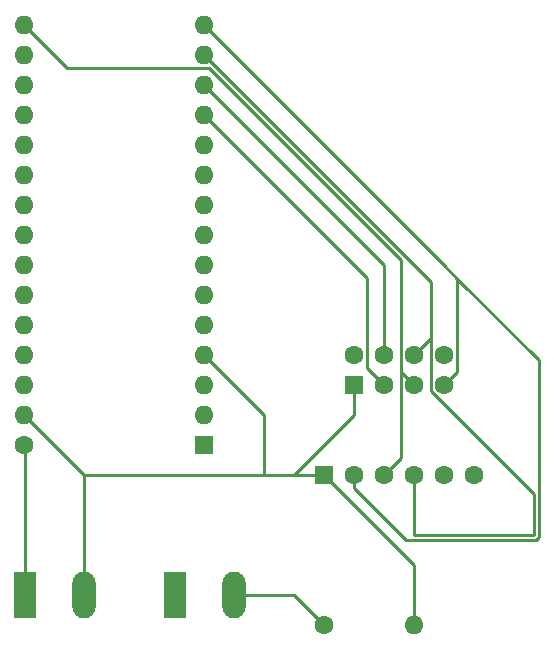
<source format=gbr>
%TF.GenerationSoftware,KiCad,Pcbnew,7.0.11-7.0.11~ubuntu20.04.1*%
%TF.CreationDate,2025-07-14T15:36:25-04:00*%
%TF.ProjectId,spike_PCB,7370696b-655f-4504-9342-2e6b69636164,0*%
%TF.SameCoordinates,Original*%
%TF.FileFunction,Copper,L1,Top*%
%TF.FilePolarity,Positive*%
%FSLAX46Y46*%
G04 Gerber Fmt 4.6, Leading zero omitted, Abs format (unit mm)*
G04 Created by KiCad (PCBNEW 7.0.11-7.0.11~ubuntu20.04.1) date 2025-07-14 15:36:25*
%MOMM*%
%LPD*%
G01*
G04 APERTURE LIST*
%TA.AperFunction,ComponentPad*%
%ADD10C,1.600000*%
%TD*%
%TA.AperFunction,ComponentPad*%
%ADD11R,1.600000X1.600000*%
%TD*%
%TA.AperFunction,ComponentPad*%
%ADD12O,1.600000X1.600000*%
%TD*%
%TA.AperFunction,ComponentPad*%
%ADD13R,1.980000X3.960000*%
%TD*%
%TA.AperFunction,ComponentPad*%
%ADD14O,1.980000X3.960000*%
%TD*%
%TA.AperFunction,Conductor*%
%ADD15C,0.250000*%
%TD*%
G04 APERTURE END LIST*
D10*
%TO.P,SD_CARD1,1,3V3*%
%TO.N,Net-(A1-3V3)*%
X259080000Y-175260000D03*
%TO.P,SD_CARD1,2,SD_CS*%
%TO.N,Net-(A1-D4)*%
X256540000Y-175260000D03*
%TO.P,SD_CARD1,3,MOSI*%
%TO.N,Net-(A1-MOSI)*%
X254000000Y-175260000D03*
%TO.P,SD_CARD1,4,CLK*%
%TO.N,Net-(A1-SCK)*%
X251460000Y-175260000D03*
%TO.P,SD_CARD1,5,MISO*%
%TO.N,Net-(A1-MISO)*%
X248920000Y-175260000D03*
D11*
%TO.P,SD_CARD1,6,GND*%
%TO.N,GND*%
X246380000Y-175260000D03*
%TD*%
%TO.P,A1,1,TX1*%
%TO.N,unconnected-(A1-TX1-Pad1)*%
X236220000Y-172720000D03*
D12*
%TO.P,A1,2,RX1*%
%TO.N,unconnected-(A1-RX1-Pad2)*%
X236220000Y-170180000D03*
%TO.P,A1,3,~{RESET}*%
%TO.N,unconnected-(A1-~{RESET}-Pad3)*%
X236220000Y-167640000D03*
%TO.P,A1,4,GND*%
%TO.N,GND*%
X236220000Y-165100000D03*
%TO.P,A1,5,D2*%
%TO.N,unconnected-(A1-D2-Pad5)*%
X236220000Y-162560000D03*
%TO.P,A1,6,D3*%
%TO.N,unconnected-(A1-D3-Pad6)*%
X236220000Y-160020000D03*
%TO.P,A1,7,D4*%
%TO.N,Net-(A1-D4)*%
X236220000Y-157480000D03*
%TO.P,A1,8,D5*%
%TO.N,unconnected-(A1-D5-Pad8)*%
X236220000Y-154940000D03*
%TO.P,A1,9,D6*%
%TO.N,unconnected-(A1-D6-Pad9)*%
X236220000Y-152400000D03*
%TO.P,A1,10,D7*%
%TO.N,unconnected-(A1-D7-Pad10)*%
X236220000Y-149860000D03*
%TO.P,A1,11,D8*%
%TO.N,unconnected-(A1-D8-Pad11)*%
X236220000Y-147320000D03*
%TO.P,A1,12,D9*%
%TO.N,Net-(A1-D9)*%
X236220000Y-144780000D03*
%TO.P,A1,13,D10*%
%TO.N,Net-(A1-D10)*%
X236220000Y-142240000D03*
%TO.P,A1,14,MOSI*%
%TO.N,Net-(A1-MOSI)*%
X236220000Y-139700000D03*
%TO.P,A1,15,MISO*%
%TO.N,Net-(A1-MISO)*%
X236220000Y-137160000D03*
%TO.P,A1,16,SCK*%
%TO.N,Net-(A1-SCK)*%
X220980000Y-137160000D03*
%TO.P,A1,17,3V3*%
%TO.N,Net-(A1-3V3)*%
X220980000Y-139700000D03*
%TO.P,A1,18,AREF*%
%TO.N,unconnected-(A1-AREF-Pad18)*%
X220980000Y-142240000D03*
%TO.P,A1,19,A0*%
%TO.N,unconnected-(A1-A0-Pad19)*%
X220980000Y-144780000D03*
%TO.P,A1,20,A1*%
%TO.N,unconnected-(A1-A1-Pad20)*%
X220980000Y-147320000D03*
%TO.P,A1,21,A2*%
%TO.N,unconnected-(A1-A2-Pad21)*%
X220980000Y-149860000D03*
%TO.P,A1,22,A3*%
%TO.N,Net-(A1-A3)*%
X220980000Y-152400000D03*
%TO.P,A1,23,SDA/A4*%
%TO.N,unconnected-(A1-SDA{slash}A4-Pad23)*%
X220980000Y-154940000D03*
%TO.P,A1,24,SCL/A5*%
%TO.N,unconnected-(A1-SCL{slash}A5-Pad24)*%
X220980000Y-157480000D03*
%TO.P,A1,25,A6*%
%TO.N,unconnected-(A1-A6-Pad25)*%
X220980000Y-160020000D03*
%TO.P,A1,26,A7*%
%TO.N,unconnected-(A1-A7-Pad26)*%
X220980000Y-162560000D03*
%TO.P,A1,27,+5V*%
%TO.N,unconnected-(A1-+5V-Pad27)*%
X220980000Y-165100000D03*
%TO.P,A1,28,~{RESET}*%
%TO.N,unconnected-(A1-~{RESET}-Pad28)*%
X220980000Y-167640000D03*
%TO.P,A1,29,GND*%
%TO.N,GND*%
X220980000Y-170180000D03*
D10*
%TO.P,A1,30,VIN*%
%TO.N,Net-(A1-VIN)*%
X220980000Y-172720000D03*
%TD*%
D13*
%TO.P,J1,1,Pin_1*%
%TO.N,Net-(A1-VIN)*%
X221060000Y-185420000D03*
D14*
%TO.P,J1,2,Pin_2*%
%TO.N,GND*%
X226060000Y-185420000D03*
%TD*%
D13*
%TO.P,J2,1,Pin_1*%
%TO.N,Net-(A1-3V3)*%
X233760000Y-185420000D03*
D14*
%TO.P,J2,2,Pin_2*%
%TO.N,Net-(A1-A3)*%
X238760000Y-185420000D03*
%TD*%
D10*
%TO.P,R1,1*%
%TO.N,Net-(A1-A3)*%
X246380000Y-187960000D03*
D12*
%TO.P,R1,2*%
%TO.N,GND*%
X254000000Y-187960000D03*
%TD*%
D11*
%TO.P,RF1,1,GND*%
%TO.N,GND*%
X248920000Y-167640000D03*
D10*
%TO.P,RF1,2,CE*%
%TO.N,Net-(A1-D9)*%
X251460000Y-167640000D03*
%TO.P,RF1,3,SCK*%
%TO.N,Net-(A1-SCK)*%
X254000000Y-167640000D03*
%TO.P,RF1,4,MISO*%
%TO.N,Net-(A1-MISO)*%
X256540000Y-167640000D03*
%TO.P,RF1,5,VCC*%
%TO.N,Net-(A1-3V3)*%
X248920000Y-165100000D03*
%TO.P,RF1,6,CNS*%
%TO.N,Net-(A1-D10)*%
X251460000Y-165100000D03*
%TO.P,RF1,7,MOSI*%
%TO.N,Net-(A1-MOSI)*%
X254000000Y-165100000D03*
%TO.P,RF1,8,IRQ*%
%TO.N,unconnected-(RF1-IRQ-Pad8)*%
X256540000Y-165100000D03*
%TD*%
D15*
%TO.N,Net-(A1-MISO)*%
X257683000Y-158623000D02*
X256540000Y-157480000D01*
X264610000Y-165550000D02*
X257683000Y-158623000D01*
X257683000Y-158623000D02*
X257683000Y-166497000D01*
X257683000Y-166497000D02*
X256540000Y-167640000D01*
%TO.N,GND*%
X254000000Y-187960000D02*
X254000000Y-182880000D01*
X254000000Y-182880000D02*
X246380000Y-175260000D01*
%TO.N,Net-(A1-D9)*%
X251460000Y-167640000D02*
X250045000Y-166225000D01*
X250045000Y-158605000D02*
X236220000Y-144780000D01*
X250045000Y-166225000D02*
X250045000Y-158605000D01*
%TO.N,Net-(A1-D10)*%
X251460000Y-165100000D02*
X251460000Y-157480000D01*
X251460000Y-157480000D02*
X236220000Y-142240000D01*
%TO.N,Net-(A1-MISO)*%
X248920000Y-176391370D02*
X253318630Y-180790000D01*
X264610000Y-180526396D02*
X264610000Y-165550000D01*
X256540000Y-157480000D02*
X236220000Y-137160000D01*
X248920000Y-175260000D02*
X248920000Y-176391370D01*
X264346396Y-180790000D02*
X264610000Y-180526396D01*
X253318630Y-180790000D02*
X264346396Y-180790000D01*
%TO.N,GND*%
X243840000Y-175260000D02*
X226060000Y-175260000D01*
X241300000Y-170180000D02*
X241300000Y-175260000D01*
X236220000Y-165100000D02*
X241300000Y-170180000D01*
X246380000Y-175260000D02*
X243840000Y-175260000D01*
X248920000Y-170180000D02*
X243840000Y-175260000D01*
X248920000Y-167640000D02*
X248920000Y-170180000D01*
X226060000Y-175260000D02*
X220980000Y-170180000D01*
X226060000Y-185420000D02*
X226060000Y-175260000D01*
%TO.N,Net-(A1-MOSI)*%
X264160000Y-176850991D02*
X255415000Y-168105991D01*
X254000000Y-180340000D02*
X264160000Y-180340000D01*
X255415000Y-158895000D02*
X236220000Y-139700000D01*
X255415000Y-163685000D02*
X255415000Y-162560000D01*
X254000000Y-175260000D02*
X254000000Y-180340000D01*
X264160000Y-180340000D02*
X264160000Y-176850991D01*
X255415000Y-162560000D02*
X255415000Y-158895000D01*
X255415000Y-168105991D02*
X255415000Y-162560000D01*
X254000000Y-165100000D02*
X255415000Y-163685000D01*
%TO.N,Net-(A1-SCK)*%
X252875000Y-173845000D02*
X252875000Y-166515000D01*
X236685991Y-140825000D02*
X224645000Y-140825000D01*
X224645000Y-140825000D02*
X220980000Y-137160000D01*
X252875000Y-166515000D02*
X252875000Y-157014009D01*
X254000000Y-167640000D02*
X252875000Y-166515000D01*
X252875000Y-157014009D02*
X236685991Y-140825000D01*
X251460000Y-175260000D02*
X252875000Y-173845000D01*
%TO.N,Net-(A1-VIN)*%
X221060000Y-185420000D02*
X221060000Y-172800000D01*
X221060000Y-172800000D02*
X220980000Y-172720000D01*
%TO.N,Net-(A1-A3)*%
X243840000Y-185420000D02*
X246380000Y-187960000D01*
X238760000Y-185420000D02*
X243840000Y-185420000D01*
%TD*%
M02*

</source>
